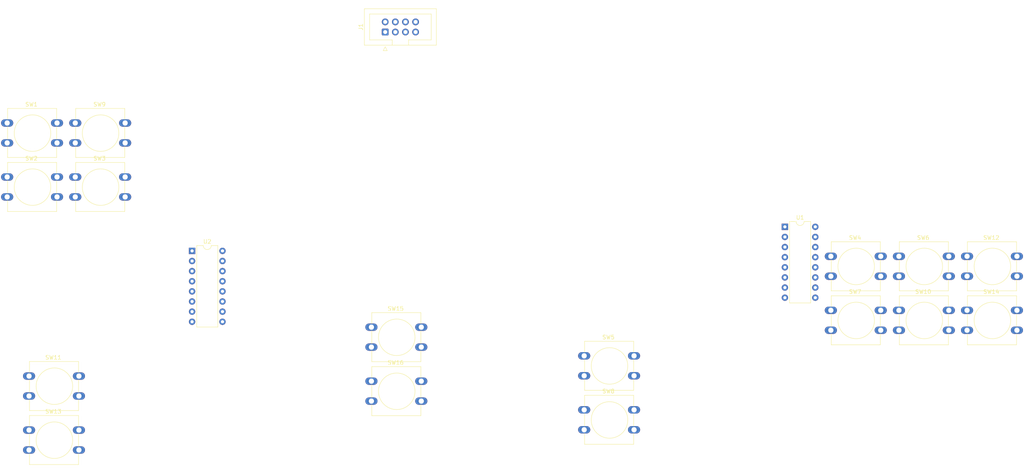
<source format=kicad_pcb>
(kicad_pcb (version 20171130) (host pcbnew 5.1.7)

  (general
    (thickness 1.6)
    (drawings 0)
    (tracks 0)
    (zones 0)
    (modules 19)
    (nets 27)
  )

  (page A4)
  (layers
    (0 F.Cu signal)
    (31 B.Cu signal)
    (32 B.Adhes user)
    (33 F.Adhes user)
    (34 B.Paste user)
    (35 F.Paste user)
    (36 B.SilkS user)
    (37 F.SilkS user)
    (38 B.Mask user)
    (39 F.Mask user)
    (40 Dwgs.User user)
    (41 Cmts.User user)
    (42 Eco1.User user)
    (43 Eco2.User user)
    (44 Edge.Cuts user)
    (45 Margin user)
    (46 B.CrtYd user)
    (47 F.CrtYd user)
    (48 B.Fab user)
    (49 F.Fab user)
  )

  (setup
    (last_trace_width 0.25)
    (trace_clearance 0.2)
    (zone_clearance 0.508)
    (zone_45_only no)
    (trace_min 0.2)
    (via_size 0.8)
    (via_drill 0.4)
    (via_min_size 0.4)
    (via_min_drill 0.3)
    (uvia_size 0.3)
    (uvia_drill 0.1)
    (uvias_allowed no)
    (uvia_min_size 0.2)
    (uvia_min_drill 0.1)
    (edge_width 0.05)
    (segment_width 0.2)
    (pcb_text_width 0.3)
    (pcb_text_size 1.5 1.5)
    (mod_edge_width 0.12)
    (mod_text_size 1 1)
    (mod_text_width 0.15)
    (pad_size 1.524 1.524)
    (pad_drill 0.762)
    (pad_to_mask_clearance 0)
    (aux_axis_origin 0 0)
    (visible_elements FFFFFF7F)
    (pcbplotparams
      (layerselection 0x010fc_ffffffff)
      (usegerberextensions false)
      (usegerberattributes true)
      (usegerberadvancedattributes true)
      (creategerberjobfile true)
      (excludeedgelayer true)
      (linewidth 0.100000)
      (plotframeref false)
      (viasonmask false)
      (mode 1)
      (useauxorigin false)
      (hpglpennumber 1)
      (hpglpenspeed 20)
      (hpglpendiameter 15.000000)
      (psnegative false)
      (psa4output false)
      (plotreference true)
      (plotvalue true)
      (plotinvisibletext false)
      (padsonsilk false)
      (subtractmaskfromsilk false)
      (outputformat 1)
      (mirror false)
      (drillshape 1)
      (scaleselection 1)
      (outputdirectory ""))
  )

  (net 0 "")
  (net 1 "Net-(J1-Pad1)")
  (net 2 "Net-(J1-Pad3)")
  (net 3 "Net-(J1-Pad5)")
  (net 4 "Net-(J1-Pad7)")
  (net 5 "Net-(J1-Pad2)")
  (net 6 "Net-(J1-Pad4)")
  (net 7 "Net-(J1-Pad6)")
  (net 8 "Net-(J1-Pad8)")
  (net 9 "Net-(SW1-Pad1)")
  (net 10 "Net-(SW2-Pad1)")
  (net 11 "Net-(SW3-Pad1)")
  (net 12 "Net-(SW4-Pad1)")
  (net 13 "Net-(SW5-Pad1)")
  (net 14 "Net-(SW6-Pad1)")
  (net 15 "Net-(SW7-Pad1)")
  (net 16 "Net-(SW8-Pad1)")
  (net 17 "Net-(SW9-Pad1)")
  (net 18 "Net-(SW10-Pad1)")
  (net 19 "Net-(SW11-Pad1)")
  (net 20 "Net-(SW12-Pad1)")
  (net 21 "Net-(SW13-Pad1)")
  (net 22 "Net-(SW14-Pad1)")
  (net 23 "Net-(SW15-Pad1)")
  (net 24 "Net-(SW16-Pad1)")
  (net 25 "Net-(U1-Pad6)")
  (net 26 "Net-(U2-Pad6)")

  (net_class Default "This is the default net class."
    (clearance 0.2)
    (trace_width 0.25)
    (via_dia 0.8)
    (via_drill 0.4)
    (uvia_dia 0.3)
    (uvia_drill 0.1)
    (add_net "Net-(J1-Pad1)")
    (add_net "Net-(J1-Pad2)")
    (add_net "Net-(J1-Pad3)")
    (add_net "Net-(J1-Pad4)")
    (add_net "Net-(J1-Pad5)")
    (add_net "Net-(J1-Pad6)")
    (add_net "Net-(J1-Pad7)")
    (add_net "Net-(J1-Pad8)")
    (add_net "Net-(SW1-Pad1)")
    (add_net "Net-(SW10-Pad1)")
    (add_net "Net-(SW11-Pad1)")
    (add_net "Net-(SW12-Pad1)")
    (add_net "Net-(SW13-Pad1)")
    (add_net "Net-(SW14-Pad1)")
    (add_net "Net-(SW15-Pad1)")
    (add_net "Net-(SW16-Pad1)")
    (add_net "Net-(SW2-Pad1)")
    (add_net "Net-(SW3-Pad1)")
    (add_net "Net-(SW4-Pad1)")
    (add_net "Net-(SW5-Pad1)")
    (add_net "Net-(SW6-Pad1)")
    (add_net "Net-(SW7-Pad1)")
    (add_net "Net-(SW8-Pad1)")
    (add_net "Net-(SW9-Pad1)")
    (add_net "Net-(U1-Pad6)")
    (add_net "Net-(U2-Pad6)")
  )

  (module Connector_IDC:IDC-Header_2x04_P2.54mm_Vertical (layer F.Cu) (tedit 5EAC9A07) (tstamp 5F9B4E24)
    (at 132.08 31.75 90)
    (descr "Through hole IDC box header, 2x04, 2.54mm pitch, DIN 41651 / IEC 60603-13, double rows, https://docs.google.com/spreadsheets/d/16SsEcesNF15N3Lb4niX7dcUr-NY5_MFPQhobNuNppn4/edit#gid=0")
    (tags "Through hole vertical IDC box header THT 2x04 2.54mm double row")
    (path /5F9F4AF4)
    (fp_text reference J1 (at 1.27 -6.1 90) (layer F.SilkS)
      (effects (font (size 1 1) (thickness 0.15)))
    )
    (fp_text value Conn_01x08_Male (at 1.27 13.72 90) (layer F.Fab)
      (effects (font (size 1 1) (thickness 0.15)))
    )
    (fp_line (start 6.22 -5.6) (end -3.68 -5.6) (layer F.CrtYd) (width 0.05))
    (fp_line (start 6.22 13.22) (end 6.22 -5.6) (layer F.CrtYd) (width 0.05))
    (fp_line (start -3.68 13.22) (end 6.22 13.22) (layer F.CrtYd) (width 0.05))
    (fp_line (start -3.68 -5.6) (end -3.68 13.22) (layer F.CrtYd) (width 0.05))
    (fp_line (start -4.68 0.5) (end -3.68 0) (layer F.SilkS) (width 0.12))
    (fp_line (start -4.68 -0.5) (end -4.68 0.5) (layer F.SilkS) (width 0.12))
    (fp_line (start -3.68 0) (end -4.68 -0.5) (layer F.SilkS) (width 0.12))
    (fp_line (start -1.98 5.86) (end -3.29 5.86) (layer F.SilkS) (width 0.12))
    (fp_line (start -1.98 5.86) (end -1.98 5.86) (layer F.SilkS) (width 0.12))
    (fp_line (start -1.98 11.53) (end -1.98 5.86) (layer F.SilkS) (width 0.12))
    (fp_line (start 4.52 11.53) (end -1.98 11.53) (layer F.SilkS) (width 0.12))
    (fp_line (start 4.52 -3.91) (end 4.52 11.53) (layer F.SilkS) (width 0.12))
    (fp_line (start -1.98 -3.91) (end 4.52 -3.91) (layer F.SilkS) (width 0.12))
    (fp_line (start -1.98 1.76) (end -1.98 -3.91) (layer F.SilkS) (width 0.12))
    (fp_line (start -3.29 1.76) (end -1.98 1.76) (layer F.SilkS) (width 0.12))
    (fp_line (start -3.29 12.83) (end -3.29 -5.21) (layer F.SilkS) (width 0.12))
    (fp_line (start 5.83 12.83) (end -3.29 12.83) (layer F.SilkS) (width 0.12))
    (fp_line (start 5.83 -5.21) (end 5.83 12.83) (layer F.SilkS) (width 0.12))
    (fp_line (start -3.29 -5.21) (end 5.83 -5.21) (layer F.SilkS) (width 0.12))
    (fp_line (start -1.98 5.86) (end -3.18 5.86) (layer F.Fab) (width 0.1))
    (fp_line (start -1.98 5.86) (end -1.98 5.86) (layer F.Fab) (width 0.1))
    (fp_line (start -1.98 11.53) (end -1.98 5.86) (layer F.Fab) (width 0.1))
    (fp_line (start 4.52 11.53) (end -1.98 11.53) (layer F.Fab) (width 0.1))
    (fp_line (start 4.52 -3.91) (end 4.52 11.53) (layer F.Fab) (width 0.1))
    (fp_line (start -1.98 -3.91) (end 4.52 -3.91) (layer F.Fab) (width 0.1))
    (fp_line (start -1.98 1.76) (end -1.98 -3.91) (layer F.Fab) (width 0.1))
    (fp_line (start -3.18 1.76) (end -1.98 1.76) (layer F.Fab) (width 0.1))
    (fp_line (start -3.18 12.72) (end -3.18 -4.1) (layer F.Fab) (width 0.1))
    (fp_line (start 5.72 12.72) (end -3.18 12.72) (layer F.Fab) (width 0.1))
    (fp_line (start 5.72 -5.1) (end 5.72 12.72) (layer F.Fab) (width 0.1))
    (fp_line (start -2.18 -5.1) (end 5.72 -5.1) (layer F.Fab) (width 0.1))
    (fp_line (start -3.18 -4.1) (end -2.18 -5.1) (layer F.Fab) (width 0.1))
    (fp_text user %R (at 1.27 3.81) (layer F.Fab)
      (effects (font (size 1 1) (thickness 0.15)))
    )
    (pad 1 thru_hole roundrect (at 0 0 90) (size 1.7 1.7) (drill 1) (layers *.Cu *.Mask) (roundrect_rratio 0.147059)
      (net 1 "Net-(J1-Pad1)"))
    (pad 3 thru_hole circle (at 0 2.54 90) (size 1.7 1.7) (drill 1) (layers *.Cu *.Mask)
      (net 2 "Net-(J1-Pad3)"))
    (pad 5 thru_hole circle (at 0 5.08 90) (size 1.7 1.7) (drill 1) (layers *.Cu *.Mask)
      (net 3 "Net-(J1-Pad5)"))
    (pad 7 thru_hole circle (at 0 7.62 90) (size 1.7 1.7) (drill 1) (layers *.Cu *.Mask)
      (net 4 "Net-(J1-Pad7)"))
    (pad 2 thru_hole circle (at 2.54 0 90) (size 1.7 1.7) (drill 1) (layers *.Cu *.Mask)
      (net 5 "Net-(J1-Pad2)"))
    (pad 4 thru_hole circle (at 2.54 2.54 90) (size 1.7 1.7) (drill 1) (layers *.Cu *.Mask)
      (net 6 "Net-(J1-Pad4)"))
    (pad 6 thru_hole circle (at 2.54 5.08 90) (size 1.7 1.7) (drill 1) (layers *.Cu *.Mask)
      (net 7 "Net-(J1-Pad6)"))
    (pad 8 thru_hole circle (at 2.54 7.62 90) (size 1.7 1.7) (drill 1) (layers *.Cu *.Mask)
      (net 8 "Net-(J1-Pad8)"))
    (model ${KISYS3DMOD}/Connector_IDC.3dshapes/IDC-Header_2x04_P2.54mm_Vertical.wrl
      (at (xyz 0 0 0))
      (scale (xyz 1 1 1))
      (rotate (xyz 0 0 0))
    )
  )

  (module Button_Switch_THT:SW_PUSH-12mm (layer F.Cu) (tedit 5D160D14) (tstamp 5F9B4C04)
    (at 37.325001 54.575001)
    (descr "SW PUSH 12mm https://www.e-switch.com/system/asset/product_line/data_sheet/143/TL1100.pdf")
    (tags "tact sw push 12mm")
    (path /5F9B48FC)
    (fp_text reference SW1 (at 6.08 -4.66) (layer F.SilkS)
      (effects (font (size 1 1) (thickness 0.15)))
    )
    (fp_text value SW_Push_Dual (at 6.62 9.93) (layer F.Fab)
      (effects (font (size 1 1) (thickness 0.15)))
    )
    (fp_text user %R (at 6.35 2.54) (layer F.Fab)
      (effects (font (size 1 1) (thickness 0.15)))
    )
    (fp_line (start 0.25 8.5) (end 12.25 8.5) (layer F.Fab) (width 0.1))
    (fp_line (start 0.25 -3.5) (end 12.25 -3.5) (layer F.Fab) (width 0.1))
    (fp_line (start 12.25 -3.5) (end 12.25 8.5) (layer F.Fab) (width 0.1))
    (fp_line (start 0.1 -3.65) (end 12.4 -3.65) (layer F.SilkS) (width 0.12))
    (fp_line (start 12.4 0.93) (end 12.4 4.07) (layer F.SilkS) (width 0.12))
    (fp_line (start 12.4 8.65) (end 0.1 8.65) (layer F.SilkS) (width 0.12))
    (fp_line (start 0.1 -0.93) (end 0.1 -3.65) (layer F.SilkS) (width 0.12))
    (fp_line (start -1.77 -3.75) (end 14.25 -3.75) (layer F.CrtYd) (width 0.05))
    (fp_line (start -1.77 -3.75) (end -1.77 8.75) (layer F.CrtYd) (width 0.05))
    (fp_line (start 14.25 8.75) (end 14.25 -3.75) (layer F.CrtYd) (width 0.05))
    (fp_line (start 14.25 8.75) (end -1.77 8.75) (layer F.CrtYd) (width 0.05))
    (fp_circle (center 6.35 2.54) (end 10.16 5.08) (layer F.SilkS) (width 0.12))
    (fp_line (start 0.25 -3.5) (end 0.25 8.5) (layer F.Fab) (width 0.1))
    (fp_line (start 0.1 8.65) (end 0.1 5.93) (layer F.SilkS) (width 0.12))
    (fp_line (start 0.1 4.07) (end 0.1 0.93) (layer F.SilkS) (width 0.12))
    (fp_line (start 12.4 5.93) (end 12.4 8.65) (layer F.SilkS) (width 0.12))
    (fp_line (start 12.4 -3.65) (end 12.4 -0.93) (layer F.SilkS) (width 0.12))
    (pad 2 thru_hole oval (at 0 5) (size 3.048 1.85) (drill 1.3) (layers *.Cu *.Mask)
      (net 9 "Net-(SW1-Pad1)"))
    (pad 1 thru_hole oval (at 0 0) (size 3.048 1.85) (drill 1.3) (layers *.Cu *.Mask)
      (net 9 "Net-(SW1-Pad1)"))
    (pad 2 thru_hole oval (at 12.5 5) (size 3.048 1.85) (drill 1.3) (layers *.Cu *.Mask)
      (net 9 "Net-(SW1-Pad1)"))
    (pad 1 thru_hole oval (at 12.5 0) (size 3.048 1.85) (drill 1.3) (layers *.Cu *.Mask)
      (net 9 "Net-(SW1-Pad1)"))
    (model ${KISYS3DMOD}/Button_Switch_THT.3dshapes/SW_PUSH-12mm.wrl
      (at (xyz 0 0 0))
      (scale (xyz 1 1 1))
      (rotate (xyz 0 0 0))
    )
  )

  (module Button_Switch_THT:SW_PUSH-12mm (layer F.Cu) (tedit 5D160D14) (tstamp 5F9B4C4F)
    (at 37.325001 68.125001)
    (descr "SW PUSH 12mm https://www.e-switch.com/system/asset/product_line/data_sheet/143/TL1100.pdf")
    (tags "tact sw push 12mm")
    (path /5F9B6E51)
    (fp_text reference SW2 (at 6.08 -4.66) (layer F.SilkS)
      (effects (font (size 1 1) (thickness 0.15)))
    )
    (fp_text value SW_Push_Dual (at 6.62 9.93) (layer F.Fab)
      (effects (font (size 1 1) (thickness 0.15)))
    )
    (fp_line (start 12.4 -3.65) (end 12.4 -0.93) (layer F.SilkS) (width 0.12))
    (fp_line (start 12.4 5.93) (end 12.4 8.65) (layer F.SilkS) (width 0.12))
    (fp_line (start 0.1 4.07) (end 0.1 0.93) (layer F.SilkS) (width 0.12))
    (fp_line (start 0.1 8.65) (end 0.1 5.93) (layer F.SilkS) (width 0.12))
    (fp_line (start 0.25 -3.5) (end 0.25 8.5) (layer F.Fab) (width 0.1))
    (fp_circle (center 6.35 2.54) (end 10.16 5.08) (layer F.SilkS) (width 0.12))
    (fp_line (start 14.25 8.75) (end -1.77 8.75) (layer F.CrtYd) (width 0.05))
    (fp_line (start 14.25 8.75) (end 14.25 -3.75) (layer F.CrtYd) (width 0.05))
    (fp_line (start -1.77 -3.75) (end -1.77 8.75) (layer F.CrtYd) (width 0.05))
    (fp_line (start -1.77 -3.75) (end 14.25 -3.75) (layer F.CrtYd) (width 0.05))
    (fp_line (start 0.1 -0.93) (end 0.1 -3.65) (layer F.SilkS) (width 0.12))
    (fp_line (start 12.4 8.65) (end 0.1 8.65) (layer F.SilkS) (width 0.12))
    (fp_line (start 12.4 0.93) (end 12.4 4.07) (layer F.SilkS) (width 0.12))
    (fp_line (start 0.1 -3.65) (end 12.4 -3.65) (layer F.SilkS) (width 0.12))
    (fp_line (start 12.25 -3.5) (end 12.25 8.5) (layer F.Fab) (width 0.1))
    (fp_line (start 0.25 -3.5) (end 12.25 -3.5) (layer F.Fab) (width 0.1))
    (fp_line (start 0.25 8.5) (end 12.25 8.5) (layer F.Fab) (width 0.1))
    (fp_text user %R (at 6.35 2.54) (layer F.Fab)
      (effects (font (size 1 1) (thickness 0.15)))
    )
    (pad 1 thru_hole oval (at 12.5 0) (size 3.048 1.85) (drill 1.3) (layers *.Cu *.Mask)
      (net 10 "Net-(SW2-Pad1)"))
    (pad 2 thru_hole oval (at 12.5 5) (size 3.048 1.85) (drill 1.3) (layers *.Cu *.Mask)
      (net 10 "Net-(SW2-Pad1)"))
    (pad 1 thru_hole oval (at 0 0) (size 3.048 1.85) (drill 1.3) (layers *.Cu *.Mask)
      (net 10 "Net-(SW2-Pad1)"))
    (pad 2 thru_hole oval (at 0 5) (size 3.048 1.85) (drill 1.3) (layers *.Cu *.Mask)
      (net 10 "Net-(SW2-Pad1)"))
    (model ${KISYS3DMOD}/Button_Switch_THT.3dshapes/SW_PUSH-12mm.wrl
      (at (xyz 0 0 0))
      (scale (xyz 1 1 1))
      (rotate (xyz 0 0 0))
    )
  )

  (module Button_Switch_THT:SW_PUSH-12mm (layer F.Cu) (tedit 5D160D14) (tstamp 5F9B4CE5)
    (at 54.395001 68.125001)
    (descr "SW PUSH 12mm https://www.e-switch.com/system/asset/product_line/data_sheet/143/TL1100.pdf")
    (tags "tact sw push 12mm")
    (path /5F9B9023)
    (fp_text reference SW3 (at 6.08 -4.66) (layer F.SilkS)
      (effects (font (size 1 1) (thickness 0.15)))
    )
    (fp_text value SW_Push_Dual (at 6.62 9.93) (layer F.Fab)
      (effects (font (size 1 1) (thickness 0.15)))
    )
    (fp_text user %R (at 6.35 2.54) (layer F.Fab)
      (effects (font (size 1 1) (thickness 0.15)))
    )
    (fp_line (start 0.25 8.5) (end 12.25 8.5) (layer F.Fab) (width 0.1))
    (fp_line (start 0.25 -3.5) (end 12.25 -3.5) (layer F.Fab) (width 0.1))
    (fp_line (start 12.25 -3.5) (end 12.25 8.5) (layer F.Fab) (width 0.1))
    (fp_line (start 0.1 -3.65) (end 12.4 -3.65) (layer F.SilkS) (width 0.12))
    (fp_line (start 12.4 0.93) (end 12.4 4.07) (layer F.SilkS) (width 0.12))
    (fp_line (start 12.4 8.65) (end 0.1 8.65) (layer F.SilkS) (width 0.12))
    (fp_line (start 0.1 -0.93) (end 0.1 -3.65) (layer F.SilkS) (width 0.12))
    (fp_line (start -1.77 -3.75) (end 14.25 -3.75) (layer F.CrtYd) (width 0.05))
    (fp_line (start -1.77 -3.75) (end -1.77 8.75) (layer F.CrtYd) (width 0.05))
    (fp_line (start 14.25 8.75) (end 14.25 -3.75) (layer F.CrtYd) (width 0.05))
    (fp_line (start 14.25 8.75) (end -1.77 8.75) (layer F.CrtYd) (width 0.05))
    (fp_circle (center 6.35 2.54) (end 10.16 5.08) (layer F.SilkS) (width 0.12))
    (fp_line (start 0.25 -3.5) (end 0.25 8.5) (layer F.Fab) (width 0.1))
    (fp_line (start 0.1 8.65) (end 0.1 5.93) (layer F.SilkS) (width 0.12))
    (fp_line (start 0.1 4.07) (end 0.1 0.93) (layer F.SilkS) (width 0.12))
    (fp_line (start 12.4 5.93) (end 12.4 8.65) (layer F.SilkS) (width 0.12))
    (fp_line (start 12.4 -3.65) (end 12.4 -0.93) (layer F.SilkS) (width 0.12))
    (pad 2 thru_hole oval (at 0 5) (size 3.048 1.85) (drill 1.3) (layers *.Cu *.Mask)
      (net 11 "Net-(SW3-Pad1)"))
    (pad 1 thru_hole oval (at 0 0) (size 3.048 1.85) (drill 1.3) (layers *.Cu *.Mask)
      (net 11 "Net-(SW3-Pad1)"))
    (pad 2 thru_hole oval (at 12.5 5) (size 3.048 1.85) (drill 1.3) (layers *.Cu *.Mask)
      (net 11 "Net-(SW3-Pad1)"))
    (pad 1 thru_hole oval (at 12.5 0) (size 3.048 1.85) (drill 1.3) (layers *.Cu *.Mask)
      (net 11 "Net-(SW3-Pad1)"))
    (model ${KISYS3DMOD}/Button_Switch_THT.3dshapes/SW_PUSH-12mm.wrl
      (at (xyz 0 0 0))
      (scale (xyz 1 1 1))
      (rotate (xyz 0 0 0))
    )
  )

  (module Button_Switch_THT:SW_PUSH-12mm (layer F.Cu) (tedit 5D160D14) (tstamp 5F9B4D30)
    (at 243.785001 88.025001)
    (descr "SW PUSH 12mm https://www.e-switch.com/system/asset/product_line/data_sheet/143/TL1100.pdf")
    (tags "tact sw push 12mm")
    (path /5F9B9029)
    (fp_text reference SW4 (at 6.08 -4.66) (layer F.SilkS)
      (effects (font (size 1 1) (thickness 0.15)))
    )
    (fp_text value SW_Push_Dual (at 6.62 9.93) (layer F.Fab)
      (effects (font (size 1 1) (thickness 0.15)))
    )
    (fp_line (start 12.4 -3.65) (end 12.4 -0.93) (layer F.SilkS) (width 0.12))
    (fp_line (start 12.4 5.93) (end 12.4 8.65) (layer F.SilkS) (width 0.12))
    (fp_line (start 0.1 4.07) (end 0.1 0.93) (layer F.SilkS) (width 0.12))
    (fp_line (start 0.1 8.65) (end 0.1 5.93) (layer F.SilkS) (width 0.12))
    (fp_line (start 0.25 -3.5) (end 0.25 8.5) (layer F.Fab) (width 0.1))
    (fp_circle (center 6.35 2.54) (end 10.16 5.08) (layer F.SilkS) (width 0.12))
    (fp_line (start 14.25 8.75) (end -1.77 8.75) (layer F.CrtYd) (width 0.05))
    (fp_line (start 14.25 8.75) (end 14.25 -3.75) (layer F.CrtYd) (width 0.05))
    (fp_line (start -1.77 -3.75) (end -1.77 8.75) (layer F.CrtYd) (width 0.05))
    (fp_line (start -1.77 -3.75) (end 14.25 -3.75) (layer F.CrtYd) (width 0.05))
    (fp_line (start 0.1 -0.93) (end 0.1 -3.65) (layer F.SilkS) (width 0.12))
    (fp_line (start 12.4 8.65) (end 0.1 8.65) (layer F.SilkS) (width 0.12))
    (fp_line (start 12.4 0.93) (end 12.4 4.07) (layer F.SilkS) (width 0.12))
    (fp_line (start 0.1 -3.65) (end 12.4 -3.65) (layer F.SilkS) (width 0.12))
    (fp_line (start 12.25 -3.5) (end 12.25 8.5) (layer F.Fab) (width 0.1))
    (fp_line (start 0.25 -3.5) (end 12.25 -3.5) (layer F.Fab) (width 0.1))
    (fp_line (start 0.25 8.5) (end 12.25 8.5) (layer F.Fab) (width 0.1))
    (fp_text user %R (at 6.35 2.54) (layer F.Fab)
      (effects (font (size 1 1) (thickness 0.15)))
    )
    (pad 1 thru_hole oval (at 12.5 0) (size 3.048 1.85) (drill 1.3) (layers *.Cu *.Mask)
      (net 12 "Net-(SW4-Pad1)"))
    (pad 2 thru_hole oval (at 12.5 5) (size 3.048 1.85) (drill 1.3) (layers *.Cu *.Mask)
      (net 12 "Net-(SW4-Pad1)"))
    (pad 1 thru_hole oval (at 0 0) (size 3.048 1.85) (drill 1.3) (layers *.Cu *.Mask)
      (net 12 "Net-(SW4-Pad1)"))
    (pad 2 thru_hole oval (at 0 5) (size 3.048 1.85) (drill 1.3) (layers *.Cu *.Mask)
      (net 12 "Net-(SW4-Pad1)"))
    (model ${KISYS3DMOD}/Button_Switch_THT.3dshapes/SW_PUSH-12mm.wrl
      (at (xyz 0 0 0))
      (scale (xyz 1 1 1))
      (rotate (xyz 0 0 0))
    )
  )

  (module Button_Switch_THT:SW_PUSH-12mm (layer F.Cu) (tedit 5D160D14) (tstamp 5F9B4F76)
    (at 181.955001 112.995001)
    (descr "SW PUSH 12mm https://www.e-switch.com/system/asset/product_line/data_sheet/143/TL1100.pdf")
    (tags "tact sw push 12mm")
    (path /5F9BFB09)
    (fp_text reference SW5 (at 6.08 -4.66) (layer F.SilkS)
      (effects (font (size 1 1) (thickness 0.15)))
    )
    (fp_text value SW_Push_Dual (at 6.62 9.93) (layer F.Fab)
      (effects (font (size 1 1) (thickness 0.15)))
    )
    (fp_text user %R (at 6.35 2.54) (layer F.Fab)
      (effects (font (size 1 1) (thickness 0.15)))
    )
    (fp_line (start 0.25 8.5) (end 12.25 8.5) (layer F.Fab) (width 0.1))
    (fp_line (start 0.25 -3.5) (end 12.25 -3.5) (layer F.Fab) (width 0.1))
    (fp_line (start 12.25 -3.5) (end 12.25 8.5) (layer F.Fab) (width 0.1))
    (fp_line (start 0.1 -3.65) (end 12.4 -3.65) (layer F.SilkS) (width 0.12))
    (fp_line (start 12.4 0.93) (end 12.4 4.07) (layer F.SilkS) (width 0.12))
    (fp_line (start 12.4 8.65) (end 0.1 8.65) (layer F.SilkS) (width 0.12))
    (fp_line (start 0.1 -0.93) (end 0.1 -3.65) (layer F.SilkS) (width 0.12))
    (fp_line (start -1.77 -3.75) (end 14.25 -3.75) (layer F.CrtYd) (width 0.05))
    (fp_line (start -1.77 -3.75) (end -1.77 8.75) (layer F.CrtYd) (width 0.05))
    (fp_line (start 14.25 8.75) (end 14.25 -3.75) (layer F.CrtYd) (width 0.05))
    (fp_line (start 14.25 8.75) (end -1.77 8.75) (layer F.CrtYd) (width 0.05))
    (fp_circle (center 6.35 2.54) (end 10.16 5.08) (layer F.SilkS) (width 0.12))
    (fp_line (start 0.25 -3.5) (end 0.25 8.5) (layer F.Fab) (width 0.1))
    (fp_line (start 0.1 8.65) (end 0.1 5.93) (layer F.SilkS) (width 0.12))
    (fp_line (start 0.1 4.07) (end 0.1 0.93) (layer F.SilkS) (width 0.12))
    (fp_line (start 12.4 5.93) (end 12.4 8.65) (layer F.SilkS) (width 0.12))
    (fp_line (start 12.4 -3.65) (end 12.4 -0.93) (layer F.SilkS) (width 0.12))
    (pad 2 thru_hole oval (at 0 5) (size 3.048 1.85) (drill 1.3) (layers *.Cu *.Mask)
      (net 13 "Net-(SW5-Pad1)"))
    (pad 1 thru_hole oval (at 0 0) (size 3.048 1.85) (drill 1.3) (layers *.Cu *.Mask)
      (net 13 "Net-(SW5-Pad1)"))
    (pad 2 thru_hole oval (at 12.5 5) (size 3.048 1.85) (drill 1.3) (layers *.Cu *.Mask)
      (net 13 "Net-(SW5-Pad1)"))
    (pad 1 thru_hole oval (at 12.5 0) (size 3.048 1.85) (drill 1.3) (layers *.Cu *.Mask)
      (net 13 "Net-(SW5-Pad1)"))
    (model ${KISYS3DMOD}/Button_Switch_THT.3dshapes/SW_PUSH-12mm.wrl
      (at (xyz 0 0 0))
      (scale (xyz 1 1 1))
      (rotate (xyz 0 0 0))
    )
  )

  (module Button_Switch_THT:SW_PUSH-12mm (layer F.Cu) (tedit 5D160D14) (tstamp 5F9B4DC6)
    (at 260.855001 88.025001)
    (descr "SW PUSH 12mm https://www.e-switch.com/system/asset/product_line/data_sheet/143/TL1100.pdf")
    (tags "tact sw push 12mm")
    (path /5F9BFB0F)
    (fp_text reference SW6 (at 6.08 -4.66) (layer F.SilkS)
      (effects (font (size 1 1) (thickness 0.15)))
    )
    (fp_text value SW_Push_Dual (at 6.62 9.93) (layer F.Fab)
      (effects (font (size 1 1) (thickness 0.15)))
    )
    (fp_line (start 12.4 -3.65) (end 12.4 -0.93) (layer F.SilkS) (width 0.12))
    (fp_line (start 12.4 5.93) (end 12.4 8.65) (layer F.SilkS) (width 0.12))
    (fp_line (start 0.1 4.07) (end 0.1 0.93) (layer F.SilkS) (width 0.12))
    (fp_line (start 0.1 8.65) (end 0.1 5.93) (layer F.SilkS) (width 0.12))
    (fp_line (start 0.25 -3.5) (end 0.25 8.5) (layer F.Fab) (width 0.1))
    (fp_circle (center 6.35 2.54) (end 10.16 5.08) (layer F.SilkS) (width 0.12))
    (fp_line (start 14.25 8.75) (end -1.77 8.75) (layer F.CrtYd) (width 0.05))
    (fp_line (start 14.25 8.75) (end 14.25 -3.75) (layer F.CrtYd) (width 0.05))
    (fp_line (start -1.77 -3.75) (end -1.77 8.75) (layer F.CrtYd) (width 0.05))
    (fp_line (start -1.77 -3.75) (end 14.25 -3.75) (layer F.CrtYd) (width 0.05))
    (fp_line (start 0.1 -0.93) (end 0.1 -3.65) (layer F.SilkS) (width 0.12))
    (fp_line (start 12.4 8.65) (end 0.1 8.65) (layer F.SilkS) (width 0.12))
    (fp_line (start 12.4 0.93) (end 12.4 4.07) (layer F.SilkS) (width 0.12))
    (fp_line (start 0.1 -3.65) (end 12.4 -3.65) (layer F.SilkS) (width 0.12))
    (fp_line (start 12.25 -3.5) (end 12.25 8.5) (layer F.Fab) (width 0.1))
    (fp_line (start 0.25 -3.5) (end 12.25 -3.5) (layer F.Fab) (width 0.1))
    (fp_line (start 0.25 8.5) (end 12.25 8.5) (layer F.Fab) (width 0.1))
    (fp_text user %R (at 6.35 2.54) (layer F.Fab)
      (effects (font (size 1 1) (thickness 0.15)))
    )
    (pad 1 thru_hole oval (at 12.5 0) (size 3.048 1.85) (drill 1.3) (layers *.Cu *.Mask)
      (net 14 "Net-(SW6-Pad1)"))
    (pad 2 thru_hole oval (at 12.5 5) (size 3.048 1.85) (drill 1.3) (layers *.Cu *.Mask)
      (net 14 "Net-(SW6-Pad1)"))
    (pad 1 thru_hole oval (at 0 0) (size 3.048 1.85) (drill 1.3) (layers *.Cu *.Mask)
      (net 14 "Net-(SW6-Pad1)"))
    (pad 2 thru_hole oval (at 0 5) (size 3.048 1.85) (drill 1.3) (layers *.Cu *.Mask)
      (net 14 "Net-(SW6-Pad1)"))
    (model ${KISYS3DMOD}/Button_Switch_THT.3dshapes/SW_PUSH-12mm.wrl
      (at (xyz 0 0 0))
      (scale (xyz 1 1 1))
      (rotate (xyz 0 0 0))
    )
  )

  (module Button_Switch_THT:SW_PUSH-12mm (layer F.Cu) (tedit 5D160D14) (tstamp 5F9B4E95)
    (at 243.785001 101.575001)
    (descr "SW PUSH 12mm https://www.e-switch.com/system/asset/product_line/data_sheet/143/TL1100.pdf")
    (tags "tact sw push 12mm")
    (path /5F9BFB15)
    (fp_text reference SW7 (at 6.08 -4.66) (layer F.SilkS)
      (effects (font (size 1 1) (thickness 0.15)))
    )
    (fp_text value SW_Push_Dual (at 6.62 9.93) (layer F.Fab)
      (effects (font (size 1 1) (thickness 0.15)))
    )
    (fp_text user %R (at 6.35 2.54) (layer F.Fab)
      (effects (font (size 1 1) (thickness 0.15)))
    )
    (fp_line (start 0.25 8.5) (end 12.25 8.5) (layer F.Fab) (width 0.1))
    (fp_line (start 0.25 -3.5) (end 12.25 -3.5) (layer F.Fab) (width 0.1))
    (fp_line (start 12.25 -3.5) (end 12.25 8.5) (layer F.Fab) (width 0.1))
    (fp_line (start 0.1 -3.65) (end 12.4 -3.65) (layer F.SilkS) (width 0.12))
    (fp_line (start 12.4 0.93) (end 12.4 4.07) (layer F.SilkS) (width 0.12))
    (fp_line (start 12.4 8.65) (end 0.1 8.65) (layer F.SilkS) (width 0.12))
    (fp_line (start 0.1 -0.93) (end 0.1 -3.65) (layer F.SilkS) (width 0.12))
    (fp_line (start -1.77 -3.75) (end 14.25 -3.75) (layer F.CrtYd) (width 0.05))
    (fp_line (start -1.77 -3.75) (end -1.77 8.75) (layer F.CrtYd) (width 0.05))
    (fp_line (start 14.25 8.75) (end 14.25 -3.75) (layer F.CrtYd) (width 0.05))
    (fp_line (start 14.25 8.75) (end -1.77 8.75) (layer F.CrtYd) (width 0.05))
    (fp_circle (center 6.35 2.54) (end 10.16 5.08) (layer F.SilkS) (width 0.12))
    (fp_line (start 0.25 -3.5) (end 0.25 8.5) (layer F.Fab) (width 0.1))
    (fp_line (start 0.1 8.65) (end 0.1 5.93) (layer F.SilkS) (width 0.12))
    (fp_line (start 0.1 4.07) (end 0.1 0.93) (layer F.SilkS) (width 0.12))
    (fp_line (start 12.4 5.93) (end 12.4 8.65) (layer F.SilkS) (width 0.12))
    (fp_line (start 12.4 -3.65) (end 12.4 -0.93) (layer F.SilkS) (width 0.12))
    (pad 2 thru_hole oval (at 0 5) (size 3.048 1.85) (drill 1.3) (layers *.Cu *.Mask)
      (net 15 "Net-(SW7-Pad1)"))
    (pad 1 thru_hole oval (at 0 0) (size 3.048 1.85) (drill 1.3) (layers *.Cu *.Mask)
      (net 15 "Net-(SW7-Pad1)"))
    (pad 2 thru_hole oval (at 12.5 5) (size 3.048 1.85) (drill 1.3) (layers *.Cu *.Mask)
      (net 15 "Net-(SW7-Pad1)"))
    (pad 1 thru_hole oval (at 12.5 0) (size 3.048 1.85) (drill 1.3) (layers *.Cu *.Mask)
      (net 15 "Net-(SW7-Pad1)"))
    (model ${KISYS3DMOD}/Button_Switch_THT.3dshapes/SW_PUSH-12mm.wrl
      (at (xyz 0 0 0))
      (scale (xyz 1 1 1))
      (rotate (xyz 0 0 0))
    )
  )

  (module Button_Switch_THT:SW_PUSH-12mm (layer F.Cu) (tedit 5D160D14) (tstamp 5F9B4F2B)
    (at 181.955001 126.545001)
    (descr "SW PUSH 12mm https://www.e-switch.com/system/asset/product_line/data_sheet/143/TL1100.pdf")
    (tags "tact sw push 12mm")
    (path /5F9BFB1B)
    (fp_text reference SW8 (at 6.08 -4.66) (layer F.SilkS)
      (effects (font (size 1 1) (thickness 0.15)))
    )
    (fp_text value SW_Push_Dual (at 6.62 9.93) (layer F.Fab)
      (effects (font (size 1 1) (thickness 0.15)))
    )
    (fp_line (start 12.4 -3.65) (end 12.4 -0.93) (layer F.SilkS) (width 0.12))
    (fp_line (start 12.4 5.93) (end 12.4 8.65) (layer F.SilkS) (width 0.12))
    (fp_line (start 0.1 4.07) (end 0.1 0.93) (layer F.SilkS) (width 0.12))
    (fp_line (start 0.1 8.65) (end 0.1 5.93) (layer F.SilkS) (width 0.12))
    (fp_line (start 0.25 -3.5) (end 0.25 8.5) (layer F.Fab) (width 0.1))
    (fp_circle (center 6.35 2.54) (end 10.16 5.08) (layer F.SilkS) (width 0.12))
    (fp_line (start 14.25 8.75) (end -1.77 8.75) (layer F.CrtYd) (width 0.05))
    (fp_line (start 14.25 8.75) (end 14.25 -3.75) (layer F.CrtYd) (width 0.05))
    (fp_line (start -1.77 -3.75) (end -1.77 8.75) (layer F.CrtYd) (width 0.05))
    (fp_line (start -1.77 -3.75) (end 14.25 -3.75) (layer F.CrtYd) (width 0.05))
    (fp_line (start 0.1 -0.93) (end 0.1 -3.65) (layer F.SilkS) (width 0.12))
    (fp_line (start 12.4 8.65) (end 0.1 8.65) (layer F.SilkS) (width 0.12))
    (fp_line (start 12.4 0.93) (end 12.4 4.07) (layer F.SilkS) (width 0.12))
    (fp_line (start 0.1 -3.65) (end 12.4 -3.65) (layer F.SilkS) (width 0.12))
    (fp_line (start 12.25 -3.5) (end 12.25 8.5) (layer F.Fab) (width 0.1))
    (fp_line (start 0.25 -3.5) (end 12.25 -3.5) (layer F.Fab) (width 0.1))
    (fp_line (start 0.25 8.5) (end 12.25 8.5) (layer F.Fab) (width 0.1))
    (fp_text user %R (at 6.35 2.54) (layer F.Fab)
      (effects (font (size 1 1) (thickness 0.15)))
    )
    (pad 1 thru_hole oval (at 12.5 0) (size 3.048 1.85) (drill 1.3) (layers *.Cu *.Mask)
      (net 16 "Net-(SW8-Pad1)"))
    (pad 2 thru_hole oval (at 12.5 5) (size 3.048 1.85) (drill 1.3) (layers *.Cu *.Mask)
      (net 16 "Net-(SW8-Pad1)"))
    (pad 1 thru_hole oval (at 0 0) (size 3.048 1.85) (drill 1.3) (layers *.Cu *.Mask)
      (net 16 "Net-(SW8-Pad1)"))
    (pad 2 thru_hole oval (at 0 5) (size 3.048 1.85) (drill 1.3) (layers *.Cu *.Mask)
      (net 16 "Net-(SW8-Pad1)"))
    (model ${KISYS3DMOD}/Button_Switch_THT.3dshapes/SW_PUSH-12mm.wrl
      (at (xyz 0 0 0))
      (scale (xyz 1 1 1))
      (rotate (xyz 0 0 0))
    )
  )

  (module Button_Switch_THT:SW_PUSH-12mm (layer F.Cu) (tedit 5D160D14) (tstamp 5F9B4D7B)
    (at 54.395001 54.575001)
    (descr "SW PUSH 12mm https://www.e-switch.com/system/asset/product_line/data_sheet/143/TL1100.pdf")
    (tags "tact sw push 12mm")
    (path /5FA1C7DE)
    (fp_text reference SW9 (at 6.08 -4.66) (layer F.SilkS)
      (effects (font (size 1 1) (thickness 0.15)))
    )
    (fp_text value SW_Push_Dual (at 6.62 9.93) (layer F.Fab)
      (effects (font (size 1 1) (thickness 0.15)))
    )
    (fp_line (start 12.4 -3.65) (end 12.4 -0.93) (layer F.SilkS) (width 0.12))
    (fp_line (start 12.4 5.93) (end 12.4 8.65) (layer F.SilkS) (width 0.12))
    (fp_line (start 0.1 4.07) (end 0.1 0.93) (layer F.SilkS) (width 0.12))
    (fp_line (start 0.1 8.65) (end 0.1 5.93) (layer F.SilkS) (width 0.12))
    (fp_line (start 0.25 -3.5) (end 0.25 8.5) (layer F.Fab) (width 0.1))
    (fp_circle (center 6.35 2.54) (end 10.16 5.08) (layer F.SilkS) (width 0.12))
    (fp_line (start 14.25 8.75) (end -1.77 8.75) (layer F.CrtYd) (width 0.05))
    (fp_line (start 14.25 8.75) (end 14.25 -3.75) (layer F.CrtYd) (width 0.05))
    (fp_line (start -1.77 -3.75) (end -1.77 8.75) (layer F.CrtYd) (width 0.05))
    (fp_line (start -1.77 -3.75) (end 14.25 -3.75) (layer F.CrtYd) (width 0.05))
    (fp_line (start 0.1 -0.93) (end 0.1 -3.65) (layer F.SilkS) (width 0.12))
    (fp_line (start 12.4 8.65) (end 0.1 8.65) (layer F.SilkS) (width 0.12))
    (fp_line (start 12.4 0.93) (end 12.4 4.07) (layer F.SilkS) (width 0.12))
    (fp_line (start 0.1 -3.65) (end 12.4 -3.65) (layer F.SilkS) (width 0.12))
    (fp_line (start 12.25 -3.5) (end 12.25 8.5) (layer F.Fab) (width 0.1))
    (fp_line (start 0.25 -3.5) (end 12.25 -3.5) (layer F.Fab) (width 0.1))
    (fp_line (start 0.25 8.5) (end 12.25 8.5) (layer F.Fab) (width 0.1))
    (fp_text user %R (at 6.35 2.54) (layer F.Fab)
      (effects (font (size 1 1) (thickness 0.15)))
    )
    (pad 1 thru_hole oval (at 12.5 0) (size 3.048 1.85) (drill 1.3) (layers *.Cu *.Mask)
      (net 17 "Net-(SW9-Pad1)"))
    (pad 2 thru_hole oval (at 12.5 5) (size 3.048 1.85) (drill 1.3) (layers *.Cu *.Mask)
      (net 17 "Net-(SW9-Pad1)"))
    (pad 1 thru_hole oval (at 0 0) (size 3.048 1.85) (drill 1.3) (layers *.Cu *.Mask)
      (net 17 "Net-(SW9-Pad1)"))
    (pad 2 thru_hole oval (at 0 5) (size 3.048 1.85) (drill 1.3) (layers *.Cu *.Mask)
      (net 17 "Net-(SW9-Pad1)"))
    (model ${KISYS3DMOD}/Button_Switch_THT.3dshapes/SW_PUSH-12mm.wrl
      (at (xyz 0 0 0))
      (scale (xyz 1 1 1))
      (rotate (xyz 0 0 0))
    )
  )

  (module Button_Switch_THT:SW_PUSH-12mm (layer F.Cu) (tedit 5D160D14) (tstamp 5F9B5057)
    (at 260.855001 101.575001)
    (descr "SW PUSH 12mm https://www.e-switch.com/system/asset/product_line/data_sheet/143/TL1100.pdf")
    (tags "tact sw push 12mm")
    (path /5FA1C7D8)
    (fp_text reference SW10 (at 6.08 -4.66) (layer F.SilkS)
      (effects (font (size 1 1) (thickness 0.15)))
    )
    (fp_text value SW_Push_Dual (at 6.62 9.93) (layer F.Fab)
      (effects (font (size 1 1) (thickness 0.15)))
    )
    (fp_text user %R (at 6.35 2.54) (layer F.Fab)
      (effects (font (size 1 1) (thickness 0.15)))
    )
    (fp_line (start 0.25 8.5) (end 12.25 8.5) (layer F.Fab) (width 0.1))
    (fp_line (start 0.25 -3.5) (end 12.25 -3.5) (layer F.Fab) (width 0.1))
    (fp_line (start 12.25 -3.5) (end 12.25 8.5) (layer F.Fab) (width 0.1))
    (fp_line (start 0.1 -3.65) (end 12.4 -3.65) (layer F.SilkS) (width 0.12))
    (fp_line (start 12.4 0.93) (end 12.4 4.07) (layer F.SilkS) (width 0.12))
    (fp_line (start 12.4 8.65) (end 0.1 8.65) (layer F.SilkS) (width 0.12))
    (fp_line (start 0.1 -0.93) (end 0.1 -3.65) (layer F.SilkS) (width 0.12))
    (fp_line (start -1.77 -3.75) (end 14.25 -3.75) (layer F.CrtYd) (width 0.05))
    (fp_line (start -1.77 -3.75) (end -1.77 8.75) (layer F.CrtYd) (width 0.05))
    (fp_line (start 14.25 8.75) (end 14.25 -3.75) (layer F.CrtYd) (width 0.05))
    (fp_line (start 14.25 8.75) (end -1.77 8.75) (layer F.CrtYd) (width 0.05))
    (fp_circle (center 6.35 2.54) (end 10.16 5.08) (layer F.SilkS) (width 0.12))
    (fp_line (start 0.25 -3.5) (end 0.25 8.5) (layer F.Fab) (width 0.1))
    (fp_line (start 0.1 8.65) (end 0.1 5.93) (layer F.SilkS) (width 0.12))
    (fp_line (start 0.1 4.07) (end 0.1 0.93) (layer F.SilkS) (width 0.12))
    (fp_line (start 12.4 5.93) (end 12.4 8.65) (layer F.SilkS) (width 0.12))
    (fp_line (start 12.4 -3.65) (end 12.4 -0.93) (layer F.SilkS) (width 0.12))
    (pad 2 thru_hole oval (at 0 5) (size 3.048 1.85) (drill 1.3) (layers *.Cu *.Mask)
      (net 18 "Net-(SW10-Pad1)"))
    (pad 1 thru_hole oval (at 0 0) (size 3.048 1.85) (drill 1.3) (layers *.Cu *.Mask)
      (net 18 "Net-(SW10-Pad1)"))
    (pad 2 thru_hole oval (at 12.5 5) (size 3.048 1.85) (drill 1.3) (layers *.Cu *.Mask)
      (net 18 "Net-(SW10-Pad1)"))
    (pad 1 thru_hole oval (at 12.5 0) (size 3.048 1.85) (drill 1.3) (layers *.Cu *.Mask)
      (net 18 "Net-(SW10-Pad1)"))
    (model ${KISYS3DMOD}/Button_Switch_THT.3dshapes/SW_PUSH-12mm.wrl
      (at (xyz 0 0 0))
      (scale (xyz 1 1 1))
      (rotate (xyz 0 0 0))
    )
  )

  (module Button_Switch_THT:SW_PUSH-12mm (layer F.Cu) (tedit 5D160D14) (tstamp 5F9B4C9A)
    (at 42.815001 118.075001)
    (descr "SW PUSH 12mm https://www.e-switch.com/system/asset/product_line/data_sheet/143/TL1100.pdf")
    (tags "tact sw push 12mm")
    (path /5FA1C7D2)
    (fp_text reference SW11 (at 6.08 -4.66) (layer F.SilkS)
      (effects (font (size 1 1) (thickness 0.15)))
    )
    (fp_text value SW_Push_Dual (at 6.62 9.93) (layer F.Fab)
      (effects (font (size 1 1) (thickness 0.15)))
    )
    (fp_line (start 12.4 -3.65) (end 12.4 -0.93) (layer F.SilkS) (width 0.12))
    (fp_line (start 12.4 5.93) (end 12.4 8.65) (layer F.SilkS) (width 0.12))
    (fp_line (start 0.1 4.07) (end 0.1 0.93) (layer F.SilkS) (width 0.12))
    (fp_line (start 0.1 8.65) (end 0.1 5.93) (layer F.SilkS) (width 0.12))
    (fp_line (start 0.25 -3.5) (end 0.25 8.5) (layer F.Fab) (width 0.1))
    (fp_circle (center 6.35 2.54) (end 10.16 5.08) (layer F.SilkS) (width 0.12))
    (fp_line (start 14.25 8.75) (end -1.77 8.75) (layer F.CrtYd) (width 0.05))
    (fp_line (start 14.25 8.75) (end 14.25 -3.75) (layer F.CrtYd) (width 0.05))
    (fp_line (start -1.77 -3.75) (end -1.77 8.75) (layer F.CrtYd) (width 0.05))
    (fp_line (start -1.77 -3.75) (end 14.25 -3.75) (layer F.CrtYd) (width 0.05))
    (fp_line (start 0.1 -0.93) (end 0.1 -3.65) (layer F.SilkS) (width 0.12))
    (fp_line (start 12.4 8.65) (end 0.1 8.65) (layer F.SilkS) (width 0.12))
    (fp_line (start 12.4 0.93) (end 12.4 4.07) (layer F.SilkS) (width 0.12))
    (fp_line (start 0.1 -3.65) (end 12.4 -3.65) (layer F.SilkS) (width 0.12))
    (fp_line (start 12.25 -3.5) (end 12.25 8.5) (layer F.Fab) (width 0.1))
    (fp_line (start 0.25 -3.5) (end 12.25 -3.5) (layer F.Fab) (width 0.1))
    (fp_line (start 0.25 8.5) (end 12.25 8.5) (layer F.Fab) (width 0.1))
    (fp_text user %R (at 6.35 2.54) (layer F.Fab)
      (effects (font (size 1 1) (thickness 0.15)))
    )
    (pad 1 thru_hole oval (at 12.5 0) (size 3.048 1.85) (drill 1.3) (layers *.Cu *.Mask)
      (net 19 "Net-(SW11-Pad1)"))
    (pad 2 thru_hole oval (at 12.5 5) (size 3.048 1.85) (drill 1.3) (layers *.Cu *.Mask)
      (net 19 "Net-(SW11-Pad1)"))
    (pad 1 thru_hole oval (at 0 0) (size 3.048 1.85) (drill 1.3) (layers *.Cu *.Mask)
      (net 19 "Net-(SW11-Pad1)"))
    (pad 2 thru_hole oval (at 0 5) (size 3.048 1.85) (drill 1.3) (layers *.Cu *.Mask)
      (net 19 "Net-(SW11-Pad1)"))
    (model ${KISYS3DMOD}/Button_Switch_THT.3dshapes/SW_PUSH-12mm.wrl
      (at (xyz 0 0 0))
      (scale (xyz 1 1 1))
      (rotate (xyz 0 0 0))
    )
  )

  (module Button_Switch_THT:SW_PUSH-12mm (layer F.Cu) (tedit 5D160D14) (tstamp 5F9B4FC1)
    (at 277.925001 88.025001)
    (descr "SW PUSH 12mm https://www.e-switch.com/system/asset/product_line/data_sheet/143/TL1100.pdf")
    (tags "tact sw push 12mm")
    (path /5FA1C7CC)
    (fp_text reference SW12 (at 6.08 -4.66) (layer F.SilkS)
      (effects (font (size 1 1) (thickness 0.15)))
    )
    (fp_text value SW_Push_Dual (at 6.62 9.93) (layer F.Fab)
      (effects (font (size 1 1) (thickness 0.15)))
    )
    (fp_text user %R (at 6.35 2.54) (layer F.Fab)
      (effects (font (size 1 1) (thickness 0.15)))
    )
    (fp_line (start 0.25 8.5) (end 12.25 8.5) (layer F.Fab) (width 0.1))
    (fp_line (start 0.25 -3.5) (end 12.25 -3.5) (layer F.Fab) (width 0.1))
    (fp_line (start 12.25 -3.5) (end 12.25 8.5) (layer F.Fab) (width 0.1))
    (fp_line (start 0.1 -3.65) (end 12.4 -3.65) (layer F.SilkS) (width 0.12))
    (fp_line (start 12.4 0.93) (end 12.4 4.07) (layer F.SilkS) (width 0.12))
    (fp_line (start 12.4 8.65) (end 0.1 8.65) (layer F.SilkS) (width 0.12))
    (fp_line (start 0.1 -0.93) (end 0.1 -3.65) (layer F.SilkS) (width 0.12))
    (fp_line (start -1.77 -3.75) (end 14.25 -3.75) (layer F.CrtYd) (width 0.05))
    (fp_line (start -1.77 -3.75) (end -1.77 8.75) (layer F.CrtYd) (width 0.05))
    (fp_line (start 14.25 8.75) (end 14.25 -3.75) (layer F.CrtYd) (width 0.05))
    (fp_line (start 14.25 8.75) (end -1.77 8.75) (layer F.CrtYd) (width 0.05))
    (fp_circle (center 6.35 2.54) (end 10.16 5.08) (layer F.SilkS) (width 0.12))
    (fp_line (start 0.25 -3.5) (end 0.25 8.5) (layer F.Fab) (width 0.1))
    (fp_line (start 0.1 8.65) (end 0.1 5.93) (layer F.SilkS) (width 0.12))
    (fp_line (start 0.1 4.07) (end 0.1 0.93) (layer F.SilkS) (width 0.12))
    (fp_line (start 12.4 5.93) (end 12.4 8.65) (layer F.SilkS) (width 0.12))
    (fp_line (start 12.4 -3.65) (end 12.4 -0.93) (layer F.SilkS) (width 0.12))
    (pad 2 thru_hole oval (at 0 5) (size 3.048 1.85) (drill 1.3) (layers *.Cu *.Mask)
      (net 20 "Net-(SW12-Pad1)"))
    (pad 1 thru_hole oval (at 0 0) (size 3.048 1.85) (drill 1.3) (layers *.Cu *.Mask)
      (net 20 "Net-(SW12-Pad1)"))
    (pad 2 thru_hole oval (at 12.5 5) (size 3.048 1.85) (drill 1.3) (layers *.Cu *.Mask)
      (net 20 "Net-(SW12-Pad1)"))
    (pad 1 thru_hole oval (at 12.5 0) (size 3.048 1.85) (drill 1.3) (layers *.Cu *.Mask)
      (net 20 "Net-(SW12-Pad1)"))
    (model ${KISYS3DMOD}/Button_Switch_THT.3dshapes/SW_PUSH-12mm.wrl
      (at (xyz 0 0 0))
      (scale (xyz 1 1 1))
      (rotate (xyz 0 0 0))
    )
  )

  (module Button_Switch_THT:SW_PUSH-12mm (layer F.Cu) (tedit 5D160D14) (tstamp 5F9B500C)
    (at 42.815001 131.625001)
    (descr "SW PUSH 12mm https://www.e-switch.com/system/asset/product_line/data_sheet/143/TL1100.pdf")
    (tags "tact sw push 12mm")
    (path /5FA1C7C6)
    (fp_text reference SW13 (at 6.08 -4.66) (layer F.SilkS)
      (effects (font (size 1 1) (thickness 0.15)))
    )
    (fp_text value SW_Push_Dual (at 6.62 9.93) (layer F.Fab)
      (effects (font (size 1 1) (thickness 0.15)))
    )
    (fp_line (start 12.4 -3.65) (end 12.4 -0.93) (layer F.SilkS) (width 0.12))
    (fp_line (start 12.4 5.93) (end 12.4 8.65) (layer F.SilkS) (width 0.12))
    (fp_line (start 0.1 4.07) (end 0.1 0.93) (layer F.SilkS) (width 0.12))
    (fp_line (start 0.1 8.65) (end 0.1 5.93) (layer F.SilkS) (width 0.12))
    (fp_line (start 0.25 -3.5) (end 0.25 8.5) (layer F.Fab) (width 0.1))
    (fp_circle (center 6.35 2.54) (end 10.16 5.08) (layer F.SilkS) (width 0.12))
    (fp_line (start 14.25 8.75) (end -1.77 8.75) (layer F.CrtYd) (width 0.05))
    (fp_line (start 14.25 8.75) (end 14.25 -3.75) (layer F.CrtYd) (width 0.05))
    (fp_line (start -1.77 -3.75) (end -1.77 8.75) (layer F.CrtYd) (width 0.05))
    (fp_line (start -1.77 -3.75) (end 14.25 -3.75) (layer F.CrtYd) (width 0.05))
    (fp_line (start 0.1 -0.93) (end 0.1 -3.65) (layer F.SilkS) (width 0.12))
    (fp_line (start 12.4 8.65) (end 0.1 8.65) (layer F.SilkS) (width 0.12))
    (fp_line (start 12.4 0.93) (end 12.4 4.07) (layer F.SilkS) (width 0.12))
    (fp_line (start 0.1 -3.65) (end 12.4 -3.65) (layer F.SilkS) (width 0.12))
    (fp_line (start 12.25 -3.5) (end 12.25 8.5) (layer F.Fab) (width 0.1))
    (fp_line (start 0.25 -3.5) (end 12.25 -3.5) (layer F.Fab) (width 0.1))
    (fp_line (start 0.25 8.5) (end 12.25 8.5) (layer F.Fab) (width 0.1))
    (fp_text user %R (at 6.35 2.54) (layer F.Fab)
      (effects (font (size 1 1) (thickness 0.15)))
    )
    (pad 1 thru_hole oval (at 12.5 0) (size 3.048 1.85) (drill 1.3) (layers *.Cu *.Mask)
      (net 21 "Net-(SW13-Pad1)"))
    (pad 2 thru_hole oval (at 12.5 5) (size 3.048 1.85) (drill 1.3) (layers *.Cu *.Mask)
      (net 21 "Net-(SW13-Pad1)"))
    (pad 1 thru_hole oval (at 0 0) (size 3.048 1.85) (drill 1.3) (layers *.Cu *.Mask)
      (net 21 "Net-(SW13-Pad1)"))
    (pad 2 thru_hole oval (at 0 5) (size 3.048 1.85) (drill 1.3) (layers *.Cu *.Mask)
      (net 21 "Net-(SW13-Pad1)"))
    (model ${KISYS3DMOD}/Button_Switch_THT.3dshapes/SW_PUSH-12mm.wrl
      (at (xyz 0 0 0))
      (scale (xyz 1 1 1))
      (rotate (xyz 0 0 0))
    )
  )

  (module Button_Switch_THT:SW_PUSH-12mm (layer F.Cu) (tedit 5D160D14) (tstamp 5F9B4A9C)
    (at 277.925001 101.575001)
    (descr "SW PUSH 12mm https://www.e-switch.com/system/asset/product_line/data_sheet/143/TL1100.pdf")
    (tags "tact sw push 12mm")
    (path /5FA1C7C0)
    (fp_text reference SW14 (at 6.08 -4.66) (layer F.SilkS)
      (effects (font (size 1 1) (thickness 0.15)))
    )
    (fp_text value SW_Push_Dual (at 6.62 9.93) (layer F.Fab)
      (effects (font (size 1 1) (thickness 0.15)))
    )
    (fp_text user %R (at 6.35 2.54) (layer F.Fab)
      (effects (font (size 1 1) (thickness 0.15)))
    )
    (fp_line (start 0.25 8.5) (end 12.25 8.5) (layer F.Fab) (width 0.1))
    (fp_line (start 0.25 -3.5) (end 12.25 -3.5) (layer F.Fab) (width 0.1))
    (fp_line (start 12.25 -3.5) (end 12.25 8.5) (layer F.Fab) (width 0.1))
    (fp_line (start 0.1 -3.65) (end 12.4 -3.65) (layer F.SilkS) (width 0.12))
    (fp_line (start 12.4 0.93) (end 12.4 4.07) (layer F.SilkS) (width 0.12))
    (fp_line (start 12.4 8.65) (end 0.1 8.65) (layer F.SilkS) (width 0.12))
    (fp_line (start 0.1 -0.93) (end 0.1 -3.65) (layer F.SilkS) (width 0.12))
    (fp_line (start -1.77 -3.75) (end 14.25 -3.75) (layer F.CrtYd) (width 0.05))
    (fp_line (start -1.77 -3.75) (end -1.77 8.75) (layer F.CrtYd) (width 0.05))
    (fp_line (start 14.25 8.75) (end 14.25 -3.75) (layer F.CrtYd) (width 0.05))
    (fp_line (start 14.25 8.75) (end -1.77 8.75) (layer F.CrtYd) (width 0.05))
    (fp_circle (center 6.35 2.54) (end 10.16 5.08) (layer F.SilkS) (width 0.12))
    (fp_line (start 0.25 -3.5) (end 0.25 8.5) (layer F.Fab) (width 0.1))
    (fp_line (start 0.1 8.65) (end 0.1 5.93) (layer F.SilkS) (width 0.12))
    (fp_line (start 0.1 4.07) (end 0.1 0.93) (layer F.SilkS) (width 0.12))
    (fp_line (start 12.4 5.93) (end 12.4 8.65) (layer F.SilkS) (width 0.12))
    (fp_line (start 12.4 -3.65) (end 12.4 -0.93) (layer F.SilkS) (width 0.12))
    (pad 2 thru_hole oval (at 0 5) (size 3.048 1.85) (drill 1.3) (layers *.Cu *.Mask)
      (net 22 "Net-(SW14-Pad1)"))
    (pad 1 thru_hole oval (at 0 0) (size 3.048 1.85) (drill 1.3) (layers *.Cu *.Mask)
      (net 22 "Net-(SW14-Pad1)"))
    (pad 2 thru_hole oval (at 12.5 5) (size 3.048 1.85) (drill 1.3) (layers *.Cu *.Mask)
      (net 22 "Net-(SW14-Pad1)"))
    (pad 1 thru_hole oval (at 12.5 0) (size 3.048 1.85) (drill 1.3) (layers *.Cu *.Mask)
      (net 22 "Net-(SW14-Pad1)"))
    (model ${KISYS3DMOD}/Button_Switch_THT.3dshapes/SW_PUSH-12mm.wrl
      (at (xyz 0 0 0))
      (scale (xyz 1 1 1))
      (rotate (xyz 0 0 0))
    )
  )

  (module Button_Switch_THT:SW_PUSH-12mm (layer F.Cu) (tedit 5D160D14) (tstamp 5F9B4EE0)
    (at 128.625001 105.805001)
    (descr "SW PUSH 12mm https://www.e-switch.com/system/asset/product_line/data_sheet/143/TL1100.pdf")
    (tags "tact sw push 12mm")
    (path /5FA1C7BA)
    (fp_text reference SW15 (at 6.08 -4.66) (layer F.SilkS)
      (effects (font (size 1 1) (thickness 0.15)))
    )
    (fp_text value SW_Push_Dual (at 6.62 9.93) (layer F.Fab)
      (effects (font (size 1 1) (thickness 0.15)))
    )
    (fp_line (start 12.4 -3.65) (end 12.4 -0.93) (layer F.SilkS) (width 0.12))
    (fp_line (start 12.4 5.93) (end 12.4 8.65) (layer F.SilkS) (width 0.12))
    (fp_line (start 0.1 4.07) (end 0.1 0.93) (layer F.SilkS) (width 0.12))
    (fp_line (start 0.1 8.65) (end 0.1 5.93) (layer F.SilkS) (width 0.12))
    (fp_line (start 0.25 -3.5) (end 0.25 8.5) (layer F.Fab) (width 0.1))
    (fp_circle (center 6.35 2.54) (end 10.16 5.08) (layer F.SilkS) (width 0.12))
    (fp_line (start 14.25 8.75) (end -1.77 8.75) (layer F.CrtYd) (width 0.05))
    (fp_line (start 14.25 8.75) (end 14.25 -3.75) (layer F.CrtYd) (width 0.05))
    (fp_line (start -1.77 -3.75) (end -1.77 8.75) (layer F.CrtYd) (width 0.05))
    (fp_line (start -1.77 -3.75) (end 14.25 -3.75) (layer F.CrtYd) (width 0.05))
    (fp_line (start 0.1 -0.93) (end 0.1 -3.65) (layer F.SilkS) (width 0.12))
    (fp_line (start 12.4 8.65) (end 0.1 8.65) (layer F.SilkS) (width 0.12))
    (fp_line (start 12.4 0.93) (end 12.4 4.07) (layer F.SilkS) (width 0.12))
    (fp_line (start 0.1 -3.65) (end 12.4 -3.65) (layer F.SilkS) (width 0.12))
    (fp_line (start 12.25 -3.5) (end 12.25 8.5) (layer F.Fab) (width 0.1))
    (fp_line (start 0.25 -3.5) (end 12.25 -3.5) (layer F.Fab) (width 0.1))
    (fp_line (start 0.25 8.5) (end 12.25 8.5) (layer F.Fab) (width 0.1))
    (fp_text user %R (at 6.35 2.54) (layer F.Fab)
      (effects (font (size 1 1) (thickness 0.15)))
    )
    (pad 1 thru_hole oval (at 12.5 0) (size 3.048 1.85) (drill 1.3) (layers *.Cu *.Mask)
      (net 23 "Net-(SW15-Pad1)"))
    (pad 2 thru_hole oval (at 12.5 5) (size 3.048 1.85) (drill 1.3) (layers *.Cu *.Mask)
      (net 23 "Net-(SW15-Pad1)"))
    (pad 1 thru_hole oval (at 0 0) (size 3.048 1.85) (drill 1.3) (layers *.Cu *.Mask)
      (net 23 "Net-(SW15-Pad1)"))
    (pad 2 thru_hole oval (at 0 5) (size 3.048 1.85) (drill 1.3) (layers *.Cu *.Mask)
      (net 23 "Net-(SW15-Pad1)"))
    (model ${KISYS3DMOD}/Button_Switch_THT.3dshapes/SW_PUSH-12mm.wrl
      (at (xyz 0 0 0))
      (scale (xyz 1 1 1))
      (rotate (xyz 0 0 0))
    )
  )

  (module Button_Switch_THT:SW_PUSH-12mm (layer F.Cu) (tedit 5D160D14) (tstamp 5F9B4AE7)
    (at 128.625001 119.355001)
    (descr "SW PUSH 12mm https://www.e-switch.com/system/asset/product_line/data_sheet/143/TL1100.pdf")
    (tags "tact sw push 12mm")
    (path /5FA1C7B4)
    (fp_text reference SW16 (at 6.08 -4.66) (layer F.SilkS)
      (effects (font (size 1 1) (thickness 0.15)))
    )
    (fp_text value SW_Push_Dual (at 6.62 9.93) (layer F.Fab)
      (effects (font (size 1 1) (thickness 0.15)))
    )
    (fp_text user %R (at 6.35 2.54) (layer F.Fab)
      (effects (font (size 1 1) (thickness 0.15)))
    )
    (fp_line (start 0.25 8.5) (end 12.25 8.5) (layer F.Fab) (width 0.1))
    (fp_line (start 0.25 -3.5) (end 12.25 -3.5) (layer F.Fab) (width 0.1))
    (fp_line (start 12.25 -3.5) (end 12.25 8.5) (layer F.Fab) (width 0.1))
    (fp_line (start 0.1 -3.65) (end 12.4 -3.65) (layer F.SilkS) (width 0.12))
    (fp_line (start 12.4 0.93) (end 12.4 4.07) (layer F.SilkS) (width 0.12))
    (fp_line (start 12.4 8.65) (end 0.1 8.65) (layer F.SilkS) (width 0.12))
    (fp_line (start 0.1 -0.93) (end 0.1 -3.65) (layer F.SilkS) (width 0.12))
    (fp_line (start -1.77 -3.75) (end 14.25 -3.75) (layer F.CrtYd) (width 0.05))
    (fp_line (start -1.77 -3.75) (end -1.77 8.75) (layer F.CrtYd) (width 0.05))
    (fp_line (start 14.25 8.75) (end 14.25 -3.75) (layer F.CrtYd) (width 0.05))
    (fp_line (start 14.25 8.75) (end -1.77 8.75) (layer F.CrtYd) (width 0.05))
    (fp_circle (center 6.35 2.54) (end 10.16 5.08) (layer F.SilkS) (width 0.12))
    (fp_line (start 0.25 -3.5) (end 0.25 8.5) (layer F.Fab) (width 0.1))
    (fp_line (start 0.1 8.65) (end 0.1 5.93) (layer F.SilkS) (width 0.12))
    (fp_line (start 0.1 4.07) (end 0.1 0.93) (layer F.SilkS) (width 0.12))
    (fp_line (start 12.4 5.93) (end 12.4 8.65) (layer F.SilkS) (width 0.12))
    (fp_line (start 12.4 -3.65) (end 12.4 -0.93) (layer F.SilkS) (width 0.12))
    (pad 2 thru_hole oval (at 0 5) (size 3.048 1.85) (drill 1.3) (layers *.Cu *.Mask)
      (net 24 "Net-(SW16-Pad1)"))
    (pad 1 thru_hole oval (at 0 0) (size 3.048 1.85) (drill 1.3) (layers *.Cu *.Mask)
      (net 24 "Net-(SW16-Pad1)"))
    (pad 2 thru_hole oval (at 12.5 5) (size 3.048 1.85) (drill 1.3) (layers *.Cu *.Mask)
      (net 24 "Net-(SW16-Pad1)"))
    (pad 1 thru_hole oval (at 12.5 0) (size 3.048 1.85) (drill 1.3) (layers *.Cu *.Mask)
      (net 24 "Net-(SW16-Pad1)"))
    (model ${KISYS3DMOD}/Button_Switch_THT.3dshapes/SW_PUSH-12mm.wrl
      (at (xyz 0 0 0))
      (scale (xyz 1 1 1))
      (rotate (xyz 0 0 0))
    )
  )

  (module Package_DIP:DIP-16_W7.62mm (layer F.Cu) (tedit 5A02E8C5) (tstamp 5F9B4BA5)
    (at 232.265001 80.625001)
    (descr "16-lead though-hole mounted DIP package, row spacing 7.62 mm (300 mils)")
    (tags "THT DIP DIL PDIP 2.54mm 7.62mm 300mil")
    (path /5F9B3CE8)
    (fp_text reference U1 (at 3.81 -2.33) (layer F.SilkS)
      (effects (font (size 1 1) (thickness 0.15)))
    )
    (fp_text value 4051 (at 3.81 20.11) (layer F.Fab)
      (effects (font (size 1 1) (thickness 0.15)))
    )
    (fp_line (start 8.7 -1.55) (end -1.1 -1.55) (layer F.CrtYd) (width 0.05))
    (fp_line (start 8.7 19.3) (end 8.7 -1.55) (layer F.CrtYd) (width 0.05))
    (fp_line (start -1.1 19.3) (end 8.7 19.3) (layer F.CrtYd) (width 0.05))
    (fp_line (start -1.1 -1.55) (end -1.1 19.3) (layer F.CrtYd) (width 0.05))
    (fp_line (start 6.46 -1.33) (end 4.81 -1.33) (layer F.SilkS) (width 0.12))
    (fp_line (start 6.46 19.11) (end 6.46 -1.33) (layer F.SilkS) (width 0.12))
    (fp_line (start 1.16 19.11) (end 6.46 19.11) (layer F.SilkS) (width 0.12))
    (fp_line (start 1.16 -1.33) (end 1.16 19.11) (layer F.SilkS) (width 0.12))
    (fp_line (start 2.81 -1.33) (end 1.16 -1.33) (layer F.SilkS) (width 0.12))
    (fp_line (start 0.635 -0.27) (end 1.635 -1.27) (layer F.Fab) (width 0.1))
    (fp_line (start 0.635 19.05) (end 0.635 -0.27) (layer F.Fab) (width 0.1))
    (fp_line (start 6.985 19.05) (end 0.635 19.05) (layer F.Fab) (width 0.1))
    (fp_line (start 6.985 -1.27) (end 6.985 19.05) (layer F.Fab) (width 0.1))
    (fp_line (start 1.635 -1.27) (end 6.985 -1.27) (layer F.Fab) (width 0.1))
    (fp_arc (start 3.81 -1.33) (end 2.81 -1.33) (angle -180) (layer F.SilkS) (width 0.12))
    (fp_text user %R (at 3.81 8.89) (layer F.Fab)
      (effects (font (size 1 1) (thickness 0.15)))
    )
    (pad 1 thru_hole rect (at 0 0) (size 1.6 1.6) (drill 0.8) (layers *.Cu *.Mask)
      (net 13 "Net-(SW5-Pad1)"))
    (pad 9 thru_hole oval (at 7.62 17.78) (size 1.6 1.6) (drill 0.8) (layers *.Cu *.Mask)
      (net 2 "Net-(J1-Pad3)"))
    (pad 2 thru_hole oval (at 0 2.54) (size 1.6 1.6) (drill 0.8) (layers *.Cu *.Mask)
      (net 15 "Net-(SW7-Pad1)"))
    (pad 10 thru_hole oval (at 7.62 15.24) (size 1.6 1.6) (drill 0.8) (layers *.Cu *.Mask)
      (net 5 "Net-(J1-Pad2)"))
    (pad 3 thru_hole oval (at 0 5.08) (size 1.6 1.6) (drill 0.8) (layers *.Cu *.Mask)
      (net 7 "Net-(J1-Pad6)"))
    (pad 11 thru_hole oval (at 7.62 12.7) (size 1.6 1.6) (drill 0.8) (layers *.Cu *.Mask)
      (net 1 "Net-(J1-Pad1)"))
    (pad 4 thru_hole oval (at 0 7.62) (size 1.6 1.6) (drill 0.8) (layers *.Cu *.Mask)
      (net 16 "Net-(SW8-Pad1)"))
    (pad 12 thru_hole oval (at 7.62 10.16) (size 1.6 1.6) (drill 0.8) (layers *.Cu *.Mask)
      (net 12 "Net-(SW4-Pad1)"))
    (pad 5 thru_hole oval (at 0 10.16) (size 1.6 1.6) (drill 0.8) (layers *.Cu *.Mask)
      (net 14 "Net-(SW6-Pad1)"))
    (pad 13 thru_hole oval (at 7.62 7.62) (size 1.6 1.6) (drill 0.8) (layers *.Cu *.Mask)
      (net 9 "Net-(SW1-Pad1)"))
    (pad 6 thru_hole oval (at 0 12.7) (size 1.6 1.6) (drill 0.8) (layers *.Cu *.Mask)
      (net 25 "Net-(U1-Pad6)"))
    (pad 14 thru_hole oval (at 7.62 5.08) (size 1.6 1.6) (drill 0.8) (layers *.Cu *.Mask)
      (net 10 "Net-(SW2-Pad1)"))
    (pad 7 thru_hole oval (at 0 15.24) (size 1.6 1.6) (drill 0.8) (layers *.Cu *.Mask)
      (net 4 "Net-(J1-Pad7)"))
    (pad 15 thru_hole oval (at 7.62 2.54) (size 1.6 1.6) (drill 0.8) (layers *.Cu *.Mask)
      (net 11 "Net-(SW3-Pad1)"))
    (pad 8 thru_hole oval (at 0 17.78) (size 1.6 1.6) (drill 0.8) (layers *.Cu *.Mask)
      (net 4 "Net-(J1-Pad7)"))
    (pad 16 thru_hole oval (at 7.62 0) (size 1.6 1.6) (drill 0.8) (layers *.Cu *.Mask)
      (net 8 "Net-(J1-Pad8)"))
    (model ${KISYS3DMOD}/Package_DIP.3dshapes/DIP-16_W7.62mm.wrl
      (at (xyz 0 0 0))
      (scale (xyz 1 1 1))
      (rotate (xyz 0 0 0))
    )
  )

  (module Package_DIP:DIP-16_W7.62mm (layer F.Cu) (tedit 5A02E8C5) (tstamp 5F9B4B3C)
    (at 83.675001 86.665001)
    (descr "16-lead though-hole mounted DIP package, row spacing 7.62 mm (300 mils)")
    (tags "THT DIP DIL PDIP 2.54mm 7.62mm 300mil")
    (path /5FA1C7AE)
    (fp_text reference U2 (at 3.81 -2.33) (layer F.SilkS)
      (effects (font (size 1 1) (thickness 0.15)))
    )
    (fp_text value 4051 (at 3.81 20.11) (layer F.Fab)
      (effects (font (size 1 1) (thickness 0.15)))
    )
    (fp_text user %R (at 3.81 8.89) (layer F.Fab)
      (effects (font (size 1 1) (thickness 0.15)))
    )
    (fp_arc (start 3.81 -1.33) (end 2.81 -1.33) (angle -180) (layer F.SilkS) (width 0.12))
    (fp_line (start 1.635 -1.27) (end 6.985 -1.27) (layer F.Fab) (width 0.1))
    (fp_line (start 6.985 -1.27) (end 6.985 19.05) (layer F.Fab) (width 0.1))
    (fp_line (start 6.985 19.05) (end 0.635 19.05) (layer F.Fab) (width 0.1))
    (fp_line (start 0.635 19.05) (end 0.635 -0.27) (layer F.Fab) (width 0.1))
    (fp_line (start 0.635 -0.27) (end 1.635 -1.27) (layer F.Fab) (width 0.1))
    (fp_line (start 2.81 -1.33) (end 1.16 -1.33) (layer F.SilkS) (width 0.12))
    (fp_line (start 1.16 -1.33) (end 1.16 19.11) (layer F.SilkS) (width 0.12))
    (fp_line (start 1.16 19.11) (end 6.46 19.11) (layer F.SilkS) (width 0.12))
    (fp_line (start 6.46 19.11) (end 6.46 -1.33) (layer F.SilkS) (width 0.12))
    (fp_line (start 6.46 -1.33) (end 4.81 -1.33) (layer F.SilkS) (width 0.12))
    (fp_line (start -1.1 -1.55) (end -1.1 19.3) (layer F.CrtYd) (width 0.05))
    (fp_line (start -1.1 19.3) (end 8.7 19.3) (layer F.CrtYd) (width 0.05))
    (fp_line (start 8.7 19.3) (end 8.7 -1.55) (layer F.CrtYd) (width 0.05))
    (fp_line (start 8.7 -1.55) (end -1.1 -1.55) (layer F.CrtYd) (width 0.05))
    (pad 16 thru_hole oval (at 7.62 0) (size 1.6 1.6) (drill 0.8) (layers *.Cu *.Mask)
      (net 8 "Net-(J1-Pad8)"))
    (pad 8 thru_hole oval (at 0 17.78) (size 1.6 1.6) (drill 0.8) (layers *.Cu *.Mask)
      (net 4 "Net-(J1-Pad7)"))
    (pad 15 thru_hole oval (at 7.62 2.54) (size 1.6 1.6) (drill 0.8) (layers *.Cu *.Mask)
      (net 22 "Net-(SW14-Pad1)"))
    (pad 7 thru_hole oval (at 0 15.24) (size 1.6 1.6) (drill 0.8) (layers *.Cu *.Mask)
      (net 4 "Net-(J1-Pad7)"))
    (pad 14 thru_hole oval (at 7.62 5.08) (size 1.6 1.6) (drill 0.8) (layers *.Cu *.Mask)
      (net 23 "Net-(SW15-Pad1)"))
    (pad 6 thru_hole oval (at 0 12.7) (size 1.6 1.6) (drill 0.8) (layers *.Cu *.Mask)
      (net 26 "Net-(U2-Pad6)"))
    (pad 13 thru_hole oval (at 7.62 7.62) (size 1.6 1.6) (drill 0.8) (layers *.Cu *.Mask)
      (net 24 "Net-(SW16-Pad1)"))
    (pad 5 thru_hole oval (at 0 10.16) (size 1.6 1.6) (drill 0.8) (layers *.Cu *.Mask)
      (net 19 "Net-(SW11-Pad1)"))
    (pad 12 thru_hole oval (at 7.62 10.16) (size 1.6 1.6) (drill 0.8) (layers *.Cu *.Mask)
      (net 21 "Net-(SW13-Pad1)"))
    (pad 4 thru_hole oval (at 0 7.62) (size 1.6 1.6) (drill 0.8) (layers *.Cu *.Mask)
      (net 17 "Net-(SW9-Pad1)"))
    (pad 11 thru_hole oval (at 7.62 12.7) (size 1.6 1.6) (drill 0.8) (layers *.Cu *.Mask)
      (net 1 "Net-(J1-Pad1)"))
    (pad 3 thru_hole oval (at 0 5.08) (size 1.6 1.6) (drill 0.8) (layers *.Cu *.Mask)
      (net 3 "Net-(J1-Pad5)"))
    (pad 10 thru_hole oval (at 7.62 15.24) (size 1.6 1.6) (drill 0.8) (layers *.Cu *.Mask)
      (net 5 "Net-(J1-Pad2)"))
    (pad 2 thru_hole oval (at 0 2.54) (size 1.6 1.6) (drill 0.8) (layers *.Cu *.Mask)
      (net 18 "Net-(SW10-Pad1)"))
    (pad 9 thru_hole oval (at 7.62 17.78) (size 1.6 1.6) (drill 0.8) (layers *.Cu *.Mask)
      (net 2 "Net-(J1-Pad3)"))
    (pad 1 thru_hole rect (at 0 0) (size 1.6 1.6) (drill 0.8) (layers *.Cu *.Mask)
      (net 20 "Net-(SW12-Pad1)"))
    (model ${KISYS3DMOD}/Package_DIP.3dshapes/DIP-16_W7.62mm.wrl
      (at (xyz 0 0 0))
      (scale (xyz 1 1 1))
      (rotate (xyz 0 0 0))
    )
  )

)

</source>
